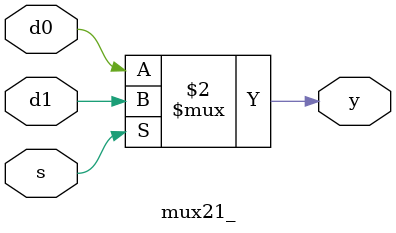
<source format=v>
module mux21_(output y, input s, input d0, input d1);
  assign y = (s == 1'b0) ? d0 : d1;

endmodule


</source>
